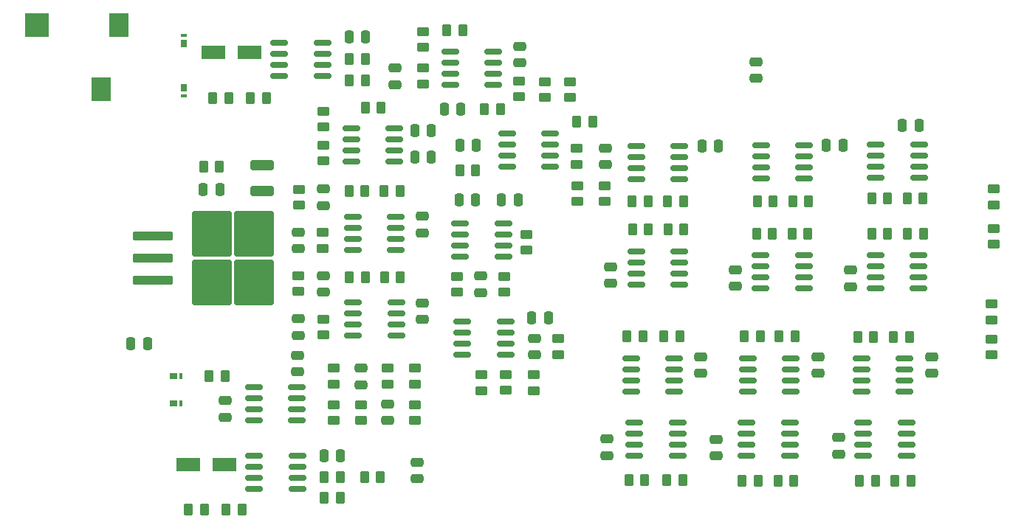
<source format=gbr>
%TF.GenerationSoftware,KiCad,Pcbnew,9.0.4-9.0.4-0~ubuntu24.04.1*%
%TF.CreationDate,2025-09-01T10:39:58-05:00*%
%TF.ProjectId,amplifier,616d706c-6966-4696-9572-2e6b69636164,rev?*%
%TF.SameCoordinates,Original*%
%TF.FileFunction,Paste,Top*%
%TF.FilePolarity,Positive*%
%FSLAX46Y46*%
G04 Gerber Fmt 4.6, Leading zero omitted, Abs format (unit mm)*
G04 Created by KiCad (PCBNEW 9.0.4-9.0.4-0~ubuntu24.04.1) date 2025-09-01 10:39:58*
%MOMM*%
%LPD*%
G01*
G04 APERTURE LIST*
G04 Aperture macros list*
%AMRoundRect*
0 Rectangle with rounded corners*
0 $1 Rounding radius*
0 $2 $3 $4 $5 $6 $7 $8 $9 X,Y pos of 4 corners*
0 Add a 4 corners polygon primitive as box body*
4,1,4,$2,$3,$4,$5,$6,$7,$8,$9,$2,$3,0*
0 Add four circle primitives for the rounded corners*
1,1,$1+$1,$2,$3*
1,1,$1+$1,$4,$5*
1,1,$1+$1,$6,$7*
1,1,$1+$1,$8,$9*
0 Add four rect primitives between the rounded corners*
20,1,$1+$1,$2,$3,$4,$5,0*
20,1,$1+$1,$4,$5,$6,$7,0*
20,1,$1+$1,$6,$7,$8,$9,0*
20,1,$1+$1,$8,$9,$2,$3,0*%
G04 Aperture macros list end*
%ADD10RoundRect,0.250000X-0.450000X0.262500X-0.450000X-0.262500X0.450000X-0.262500X0.450000X0.262500X0*%
%ADD11RoundRect,0.250000X0.262500X0.450000X-0.262500X0.450000X-0.262500X-0.450000X0.262500X-0.450000X0*%
%ADD12RoundRect,0.150000X-0.825000X-0.150000X0.825000X-0.150000X0.825000X0.150000X-0.825000X0.150000X0*%
%ADD13RoundRect,0.250000X0.475000X-0.250000X0.475000X0.250000X-0.475000X0.250000X-0.475000X-0.250000X0*%
%ADD14RoundRect,0.250000X-0.475000X0.250000X-0.475000X-0.250000X0.475000X-0.250000X0.475000X0.250000X0*%
%ADD15RoundRect,0.250000X-0.262500X-0.450000X0.262500X-0.450000X0.262500X0.450000X-0.262500X0.450000X0*%
%ADD16RoundRect,0.075000X-0.390000X-0.275000X0.390000X-0.275000X0.390000X0.275000X-0.390000X0.275000X0*%
%ADD17RoundRect,0.075000X-0.075000X-0.275000X0.075000X-0.275000X0.075000X0.275000X-0.075000X0.275000X0*%
%ADD18RoundRect,0.250000X0.450000X-0.262500X0.450000X0.262500X-0.450000X0.262500X-0.450000X-0.262500X0*%
%ADD19RoundRect,0.250000X-0.250000X-0.475000X0.250000X-0.475000X0.250000X0.475000X-0.250000X0.475000X0*%
%ADD20RoundRect,0.250000X1.100000X-0.325000X1.100000X0.325000X-1.100000X0.325000X-1.100000X-0.325000X0*%
%ADD21RoundRect,0.250000X-2.025000X-2.375000X2.025000X-2.375000X2.025000X2.375000X-2.025000X2.375000X0*%
%ADD22RoundRect,0.250000X-2.050000X-0.300000X2.050000X-0.300000X2.050000X0.300000X-2.050000X0.300000X0*%
%ADD23RoundRect,0.250000X1.137500X0.550000X-1.137500X0.550000X-1.137500X-0.550000X1.137500X-0.550000X0*%
%ADD24RoundRect,0.150000X0.825000X0.150000X-0.825000X0.150000X-0.825000X-0.150000X0.825000X-0.150000X0*%
%ADD25RoundRect,0.075000X-0.275000X0.390000X-0.275000X-0.390000X0.275000X-0.390000X0.275000X0.390000X0*%
%ADD26RoundRect,0.075000X-0.275000X0.075000X-0.275000X-0.075000X0.275000X-0.075000X0.275000X0.075000X0*%
%ADD27RoundRect,0.250000X0.250000X0.475000X-0.250000X0.475000X-0.250000X-0.475000X0.250000X-0.475000X0*%
%ADD28R,2.200000X2.800000*%
%ADD29R,2.800000X2.800000*%
%ADD30RoundRect,0.075000X0.275000X-0.390000X0.275000X0.390000X-0.275000X0.390000X-0.275000X-0.390000X0*%
%ADD31RoundRect,0.075000X0.275000X-0.075000X0.275000X0.075000X-0.275000X0.075000X-0.275000X-0.075000X0*%
G04 APERTURE END LIST*
D10*
%TO.C,R502*%
X135240000Y-72672500D03*
X135240000Y-74497500D03*
%TD*%
D11*
%TO.C,R501*%
X139762500Y-72500000D03*
X137937500Y-72500000D03*
%TD*%
%TO.C,R307*%
X110145000Y-127530000D03*
X108320000Y-127530000D03*
%TD*%
D12*
%TO.C,U402*%
X127205000Y-103805000D03*
X127205000Y-105075000D03*
X127205000Y-106345000D03*
X127205000Y-107615000D03*
X132155000Y-107615000D03*
X132155000Y-106345000D03*
X132155000Y-105075000D03*
X132155000Y-103805000D03*
%TD*%
D11*
%TO.C,R305*%
X114457500Y-127530000D03*
X112632500Y-127530000D03*
%TD*%
D13*
%TO.C,C402*%
X123760000Y-92660000D03*
X123760000Y-90760000D03*
%TD*%
D12*
%TO.C,U701*%
X127005000Y-83745000D03*
X127005000Y-85015000D03*
X127005000Y-86285000D03*
X127005000Y-87555000D03*
X131955000Y-87555000D03*
X131955000Y-86285000D03*
X131955000Y-85015000D03*
X131955000Y-83745000D03*
%TD*%
D13*
%TO.C,C804*%
X171020000Y-101930000D03*
X171020000Y-100030000D03*
%TD*%
D10*
%TO.C,R508*%
X152882500Y-86087500D03*
X152882500Y-87912500D03*
%TD*%
D12*
%TO.C,U602*%
X139760000Y-105980000D03*
X139760000Y-107250000D03*
X139760000Y-108520000D03*
X139760000Y-109790000D03*
X144710000Y-109790000D03*
X144710000Y-108520000D03*
X144710000Y-107250000D03*
X144710000Y-105980000D03*
%TD*%
D11*
%TO.C,R905*%
X177885000Y-107700000D03*
X176060000Y-107700000D03*
%TD*%
D14*
%TO.C,C601*%
X134550000Y-122140000D03*
X134550000Y-124040000D03*
%TD*%
D10*
%TO.C,R704*%
X147070000Y-95967500D03*
X147070000Y-97792500D03*
%TD*%
D15*
%TO.C,R302*%
X126777500Y-75805000D03*
X128602500Y-75805000D03*
%TD*%
D16*
%TO.C,D401*%
X106577500Y-115325000D03*
D17*
X107462500Y-115325000D03*
%TD*%
D18*
%TO.C,R701*%
X123790000Y-83640000D03*
X123790000Y-81815000D03*
%TD*%
D15*
%TO.C,R901*%
X158605000Y-107670000D03*
X160430000Y-107670000D03*
%TD*%
D10*
%TO.C,R406*%
X120920000Y-100702500D03*
X120920000Y-102527500D03*
%TD*%
D11*
%TO.C,R811*%
X192577500Y-91850000D03*
X190752500Y-91850000D03*
%TD*%
D10*
%TO.C,R706*%
X139160000Y-100767500D03*
X139160000Y-102592500D03*
%TD*%
%TO.C,R611*%
X147960000Y-112077500D03*
X147960000Y-113902500D03*
%TD*%
D11*
%TO.C,R303*%
X112942500Y-80280000D03*
X111117500Y-80280000D03*
%TD*%
D10*
%TO.C,R709*%
X200460000Y-107982500D03*
X200460000Y-109807500D03*
%TD*%
D19*
%TO.C,C607*%
X147697500Y-105572500D03*
X149597500Y-105572500D03*
%TD*%
D13*
%TO.C,C501*%
X173410000Y-78030000D03*
X173410000Y-76130000D03*
%TD*%
D20*
%TO.C,C203*%
X116755000Y-90970000D03*
X116755000Y-88020000D03*
%TD*%
D21*
%TO.C,U201*%
X110980000Y-95925000D03*
X110980000Y-101475000D03*
X115830000Y-95925000D03*
X115830000Y-101475000D03*
D22*
X104255000Y-96160000D03*
X104255000Y-98700000D03*
X104255000Y-101240000D03*
%TD*%
D15*
%TO.C,R401*%
X126727500Y-90940000D03*
X128552500Y-90940000D03*
%TD*%
D19*
%TO.C,C201*%
X101725000Y-108525000D03*
X103625000Y-108525000D03*
%TD*%
D23*
%TO.C,C301*%
X115320000Y-75050000D03*
X111195000Y-75050000D03*
%TD*%
D24*
%TO.C,U804*%
X178880000Y-102130000D03*
X178880000Y-100860000D03*
X178880000Y-99590000D03*
X178880000Y-98320000D03*
X173930000Y-98320000D03*
X173930000Y-99590000D03*
X173930000Y-100860000D03*
X173930000Y-102130000D03*
%TD*%
D19*
%TO.C,C801*%
X167210000Y-85810000D03*
X169110000Y-85810000D03*
%TD*%
D10*
%TO.C,R506*%
X156100000Y-90347500D03*
X156100000Y-92172500D03*
%TD*%
D24*
%TO.C,U806*%
X192080000Y-102180000D03*
X192080000Y-100910000D03*
X192080000Y-99640000D03*
X192080000Y-98370000D03*
X187130000Y-98370000D03*
X187130000Y-99640000D03*
X187130000Y-100910000D03*
X187130000Y-102180000D03*
%TD*%
D10*
%TO.C,R703*%
X123790000Y-85715000D03*
X123790000Y-87540000D03*
%TD*%
%TO.C,R605*%
X124950000Y-115507500D03*
X124950000Y-117332500D03*
%TD*%
D14*
%TO.C,C503*%
X131992500Y-76850000D03*
X131992500Y-78750000D03*
%TD*%
D13*
%TO.C,C606*%
X120810000Y-111740000D03*
X120810000Y-109840000D03*
%TD*%
D10*
%TO.C,R503*%
X135240000Y-76867500D03*
X135240000Y-78692500D03*
%TD*%
D15*
%TO.C,R604*%
X110695000Y-112230000D03*
X112520000Y-112230000D03*
%TD*%
D25*
%TO.C,D403*%
X107830000Y-79155000D03*
D26*
X107830000Y-80040000D03*
%TD*%
D27*
%TO.C,C805*%
X192090000Y-83460000D03*
X190190000Y-83460000D03*
%TD*%
D19*
%TO.C,C506*%
X137650000Y-81550000D03*
X139550000Y-81550000D03*
%TD*%
D15*
%TO.C,R801*%
X159192500Y-92190000D03*
X161017500Y-92190000D03*
%TD*%
D18*
%TO.C,R606*%
X134315000Y-113162500D03*
X134315000Y-111337500D03*
%TD*%
D15*
%TO.C,R911*%
X171840000Y-124265000D03*
X173665000Y-124265000D03*
%TD*%
D13*
%TO.C,C603*%
X128081667Y-113220000D03*
X128081667Y-111320000D03*
%TD*%
%TO.C,C806*%
X184240000Y-101970000D03*
X184240000Y-100070000D03*
%TD*%
D14*
%TO.C,C403*%
X120960000Y-95702500D03*
X120960000Y-97602500D03*
%TD*%
D11*
%TO.C,R904*%
X164670000Y-107670000D03*
X162845000Y-107670000D03*
%TD*%
D18*
%TO.C,R603*%
X124965000Y-113162500D03*
X124965000Y-111337500D03*
%TD*%
D13*
%TO.C,C906*%
X182892500Y-121195000D03*
X182892500Y-119295000D03*
%TD*%
D12*
%TO.C,U301*%
X118752500Y-73940000D03*
X118752500Y-75210000D03*
X118752500Y-76480000D03*
X118752500Y-77750000D03*
X123702500Y-77750000D03*
X123702500Y-76480000D03*
X123702500Y-75210000D03*
X123702500Y-73940000D03*
%TD*%
D13*
%TO.C,C905*%
X168830000Y-121410000D03*
X168830000Y-119510000D03*
%TD*%
D19*
%TO.C,C803*%
X181490000Y-85740000D03*
X183390000Y-85740000D03*
%TD*%
D11*
%TO.C,R201*%
X111880000Y-88145000D03*
X110055000Y-88145000D03*
%TD*%
D24*
%TO.C,U802*%
X164652500Y-101765000D03*
X164652500Y-100495000D03*
X164652500Y-99225000D03*
X164652500Y-97955000D03*
X159702500Y-97955000D03*
X159702500Y-99225000D03*
X159702500Y-100495000D03*
X159702500Y-101765000D03*
%TD*%
D14*
%TO.C,C902*%
X180517500Y-110015000D03*
X180517500Y-111915000D03*
%TD*%
D27*
%TO.C,C202*%
X111927500Y-90815000D03*
X110027500Y-90815000D03*
%TD*%
D14*
%TO.C,C404*%
X120920000Y-105650000D03*
X120920000Y-107550000D03*
%TD*%
D15*
%TO.C,R512*%
X139447500Y-88575000D03*
X141272500Y-88575000D03*
%TD*%
D24*
%TO.C,U702*%
X144425000Y-98490000D03*
X144425000Y-97220000D03*
X144425000Y-95950000D03*
X144425000Y-94680000D03*
X139475000Y-94680000D03*
X139475000Y-95950000D03*
X139475000Y-97220000D03*
X139475000Y-98490000D03*
%TD*%
D11*
%TO.C,R909*%
X191167500Y-124265000D03*
X189342500Y-124265000D03*
%TD*%
%TO.C,R906*%
X190985000Y-107720000D03*
X189160000Y-107720000D03*
%TD*%
D18*
%TO.C,R608*%
X134315000Y-117332500D03*
X134315000Y-115507500D03*
%TD*%
D24*
%TO.C,U502*%
X149810000Y-88200000D03*
X149810000Y-86930000D03*
X149810000Y-85660000D03*
X149810000Y-84390000D03*
X144860000Y-84390000D03*
X144860000Y-85660000D03*
X144860000Y-86930000D03*
X144860000Y-88200000D03*
%TD*%
D18*
%TO.C,R504*%
X146245000Y-80172500D03*
X146245000Y-78347500D03*
%TD*%
%TO.C,R707*%
X200700000Y-92575000D03*
X200700000Y-90750000D03*
%TD*%
D24*
%TO.C,U905*%
X177305000Y-121405000D03*
X177305000Y-120135000D03*
X177305000Y-118865000D03*
X177305000Y-117595000D03*
X172355000Y-117595000D03*
X172355000Y-118865000D03*
X172355000Y-120135000D03*
X172355000Y-121405000D03*
%TD*%
D13*
%TO.C,C406*%
X123815000Y-102585000D03*
X123815000Y-100685000D03*
%TD*%
D14*
%TO.C,C704*%
X141865000Y-100750000D03*
X141865000Y-102650000D03*
%TD*%
D18*
%TO.C,R710*%
X200450000Y-105782500D03*
X200450000Y-103957500D03*
%TD*%
D23*
%TO.C,C303*%
X112467500Y-122390000D03*
X108342500Y-122390000D03*
%TD*%
D15*
%TO.C,R902*%
X172090000Y-107700000D03*
X173915000Y-107700000D03*
%TD*%
%TO.C,R308*%
X123917500Y-123870000D03*
X125742500Y-123870000D03*
%TD*%
D18*
%TO.C,R708*%
X200700000Y-97105000D03*
X200700000Y-95280000D03*
%TD*%
D19*
%TO.C,C507*%
X144230000Y-91980000D03*
X146130000Y-91980000D03*
%TD*%
D15*
%TO.C,R805*%
X173577500Y-92140000D03*
X175402500Y-92140000D03*
%TD*%
D12*
%TO.C,U302*%
X115850000Y-121370000D03*
X115850000Y-122640000D03*
X115850000Y-123910000D03*
X115850000Y-125180000D03*
X120800000Y-125180000D03*
X120800000Y-123910000D03*
X120800000Y-122640000D03*
X120800000Y-121370000D03*
%TD*%
D18*
%TO.C,R612*%
X150712500Y-109735000D03*
X150712500Y-107910000D03*
%TD*%
D14*
%TO.C,C504*%
X156130000Y-86070000D03*
X156130000Y-87970000D03*
%TD*%
D15*
%TO.C,R810*%
X173477500Y-95850000D03*
X175302500Y-95850000D03*
%TD*%
D13*
%TO.C,C604*%
X131208333Y-117350000D03*
X131208333Y-115450000D03*
%TD*%
D11*
%TO.C,R402*%
X132582500Y-90940000D03*
X130757500Y-90940000D03*
%TD*%
D13*
%TO.C,C502*%
X146290000Y-76280000D03*
X146290000Y-74380000D03*
%TD*%
D19*
%TO.C,C304*%
X123860000Y-121380000D03*
X125760000Y-121380000D03*
%TD*%
D11*
%TO.C,R702*%
X130412500Y-81450000D03*
X128587500Y-81450000D03*
%TD*%
D18*
%TO.C,R602*%
X128101667Y-117332500D03*
X128101667Y-115507500D03*
%TD*%
D24*
%TO.C,U904*%
X164435000Y-121405000D03*
X164435000Y-120135000D03*
X164435000Y-118865000D03*
X164435000Y-117595000D03*
X159485000Y-117595000D03*
X159485000Y-118865000D03*
X159485000Y-120135000D03*
X159485000Y-121405000D03*
%TD*%
D12*
%TO.C,U902*%
X172447500Y-110190000D03*
X172447500Y-111460000D03*
X172447500Y-112730000D03*
X172447500Y-114000000D03*
X177397500Y-114000000D03*
X177397500Y-112730000D03*
X177397500Y-111460000D03*
X177397500Y-110190000D03*
%TD*%
D28*
%TO.C,J402*%
X98315000Y-79310000D03*
X100315000Y-71910000D03*
D29*
X90915000Y-71910000D03*
%TD*%
D10*
%TO.C,R705*%
X144570000Y-100767500D03*
X144570000Y-102592500D03*
%TD*%
D15*
%TO.C,R804*%
X159242500Y-95375000D03*
X161067500Y-95375000D03*
%TD*%
D27*
%TO.C,C703*%
X141270000Y-91980000D03*
X139370000Y-91980000D03*
%TD*%
D14*
%TO.C,C903*%
X193582500Y-110015000D03*
X193582500Y-111915000D03*
%TD*%
D13*
%TO.C,C802*%
X156737500Y-101585000D03*
X156737500Y-99685000D03*
%TD*%
D11*
%TO.C,R807*%
X179360000Y-95850000D03*
X177535000Y-95850000D03*
%TD*%
%TO.C,R908*%
X177755000Y-124265000D03*
X175930000Y-124265000D03*
%TD*%
D12*
%TO.C,U901*%
X159092500Y-110190000D03*
X159092500Y-111460000D03*
X159092500Y-112730000D03*
X159092500Y-114000000D03*
X164042500Y-114000000D03*
X164042500Y-112730000D03*
X164042500Y-111460000D03*
X164042500Y-110190000D03*
%TD*%
D15*
%TO.C,R903*%
X185090000Y-107720000D03*
X186915000Y-107720000D03*
%TD*%
D10*
%TO.C,R609*%
X144730000Y-112057500D03*
X144730000Y-113882500D03*
%TD*%
D19*
%TO.C,C302*%
X126740000Y-73320000D03*
X128640000Y-73320000D03*
%TD*%
D10*
%TO.C,R607*%
X141950000Y-112067500D03*
X141950000Y-113892500D03*
%TD*%
D15*
%TO.C,R407*%
X126787500Y-100885000D03*
X128612500Y-100885000D03*
%TD*%
D11*
%TO.C,R802*%
X165077500Y-92190000D03*
X163252500Y-92190000D03*
%TD*%
D30*
%TO.C,D404*%
X107840000Y-74030000D03*
D31*
X107840000Y-73145000D03*
%TD*%
D12*
%TO.C,U401*%
X127155000Y-93905000D03*
X127155000Y-95175000D03*
X127155000Y-96445000D03*
X127155000Y-97715000D03*
X132105000Y-97715000D03*
X132105000Y-96445000D03*
X132105000Y-95175000D03*
X132105000Y-93905000D03*
%TD*%
D18*
%TO.C,R507*%
X152080000Y-80235000D03*
X152080000Y-78410000D03*
%TD*%
D15*
%TO.C,R912*%
X185267500Y-124265000D03*
X187092500Y-124265000D03*
%TD*%
%TO.C,R306*%
X123917500Y-126240000D03*
X125742500Y-126240000D03*
%TD*%
D10*
%TO.C,R403*%
X123750000Y-95720000D03*
X123750000Y-97545000D03*
%TD*%
D11*
%TO.C,R803*%
X165127500Y-95375000D03*
X163302500Y-95375000D03*
%TD*%
D13*
%TO.C,C904*%
X156310000Y-121360000D03*
X156310000Y-119460000D03*
%TD*%
D10*
%TO.C,R404*%
X120970000Y-90777500D03*
X120970000Y-92602500D03*
%TD*%
D16*
%TO.C,D402*%
X106577500Y-112240000D03*
D17*
X107462500Y-112240000D03*
%TD*%
D14*
%TO.C,C901*%
X167072500Y-110015000D03*
X167072500Y-111915000D03*
%TD*%
D19*
%TO.C,C505*%
X139430000Y-85720000D03*
X141330000Y-85720000D03*
%TD*%
D11*
%TO.C,R806*%
X179432500Y-92130000D03*
X177607500Y-92130000D03*
%TD*%
D15*
%TO.C,R505*%
X142297500Y-81600000D03*
X144122500Y-81600000D03*
%TD*%
D12*
%TO.C,U801*%
X159680000Y-85820000D03*
X159680000Y-87090000D03*
X159680000Y-88360000D03*
X159680000Y-89630000D03*
X164630000Y-89630000D03*
X164630000Y-88360000D03*
X164630000Y-87090000D03*
X164630000Y-85820000D03*
%TD*%
D11*
%TO.C,R408*%
X132632500Y-100885000D03*
X130807500Y-100885000D03*
%TD*%
D18*
%TO.C,R509*%
X149190000Y-80235000D03*
X149190000Y-78410000D03*
%TD*%
D15*
%TO.C,R601*%
X128507500Y-123860000D03*
X130332500Y-123860000D03*
%TD*%
D11*
%TO.C,R301*%
X117272500Y-80280000D03*
X115447500Y-80280000D03*
%TD*%
D14*
%TO.C,C401*%
X135110000Y-93880000D03*
X135110000Y-95780000D03*
%TD*%
D19*
%TO.C,C701*%
X134300000Y-84080000D03*
X136200000Y-84080000D03*
%TD*%
D13*
%TO.C,C605*%
X147982500Y-109772500D03*
X147982500Y-107872500D03*
%TD*%
D12*
%TO.C,U601*%
X115845000Y-113540000D03*
X115845000Y-114810000D03*
X115845000Y-116080000D03*
X115845000Y-117350000D03*
X120795000Y-117350000D03*
X120795000Y-116080000D03*
X120795000Y-114810000D03*
X120795000Y-113540000D03*
%TD*%
D24*
%TO.C,U906*%
X190650000Y-121405000D03*
X190650000Y-120135000D03*
X190650000Y-118865000D03*
X190650000Y-117595000D03*
X185700000Y-117595000D03*
X185700000Y-118865000D03*
X185700000Y-120135000D03*
X185700000Y-121405000D03*
%TD*%
D11*
%TO.C,R511*%
X154680000Y-83060000D03*
X152855000Y-83060000D03*
%TD*%
D14*
%TO.C,C405*%
X135130000Y-103830000D03*
X135130000Y-105730000D03*
%TD*%
D11*
%TO.C,R809*%
X192612500Y-95850000D03*
X190787500Y-95850000D03*
%TD*%
D15*
%TO.C,R812*%
X186677500Y-95850000D03*
X188502500Y-95850000D03*
%TD*%
D12*
%TO.C,U803*%
X173975000Y-85715000D03*
X173975000Y-86985000D03*
X173975000Y-88255000D03*
X173975000Y-89525000D03*
X178925000Y-89525000D03*
X178925000Y-88255000D03*
X178925000Y-86985000D03*
X178925000Y-85715000D03*
%TD*%
D18*
%TO.C,R405*%
X123780000Y-107512500D03*
X123780000Y-105687500D03*
%TD*%
D15*
%TO.C,R910*%
X158817500Y-124155000D03*
X160642500Y-124155000D03*
%TD*%
D27*
%TO.C,C702*%
X136200000Y-87090000D03*
X134300000Y-87090000D03*
%TD*%
D12*
%TO.C,U903*%
X185507500Y-110190000D03*
X185507500Y-111460000D03*
X185507500Y-112730000D03*
X185507500Y-114000000D03*
X190457500Y-114000000D03*
X190457500Y-112730000D03*
X190457500Y-111460000D03*
X190457500Y-110190000D03*
%TD*%
D10*
%TO.C,R510*%
X152955000Y-90347500D03*
X152955000Y-92172500D03*
%TD*%
D15*
%TO.C,R304*%
X126767500Y-78290000D03*
X128592500Y-78290000D03*
%TD*%
D11*
%TO.C,R907*%
X164997500Y-124155000D03*
X163172500Y-124155000D03*
%TD*%
D24*
%TO.C,U501*%
X143315000Y-78815000D03*
X143315000Y-77545000D03*
X143315000Y-76275000D03*
X143315000Y-75005000D03*
X138365000Y-75005000D03*
X138365000Y-76275000D03*
X138365000Y-77545000D03*
X138365000Y-78815000D03*
%TD*%
D10*
%TO.C,R610*%
X131198333Y-111337500D03*
X131198333Y-113162500D03*
%TD*%
D15*
%TO.C,R808*%
X186672500Y-91850000D03*
X188497500Y-91850000D03*
%TD*%
D14*
%TO.C,C602*%
X112520000Y-115060000D03*
X112520000Y-116960000D03*
%TD*%
D12*
%TO.C,U805*%
X187165000Y-85620000D03*
X187165000Y-86890000D03*
X187165000Y-88160000D03*
X187165000Y-89430000D03*
X192115000Y-89430000D03*
X192115000Y-88160000D03*
X192115000Y-86890000D03*
X192115000Y-85620000D03*
%TD*%
M02*

</source>
